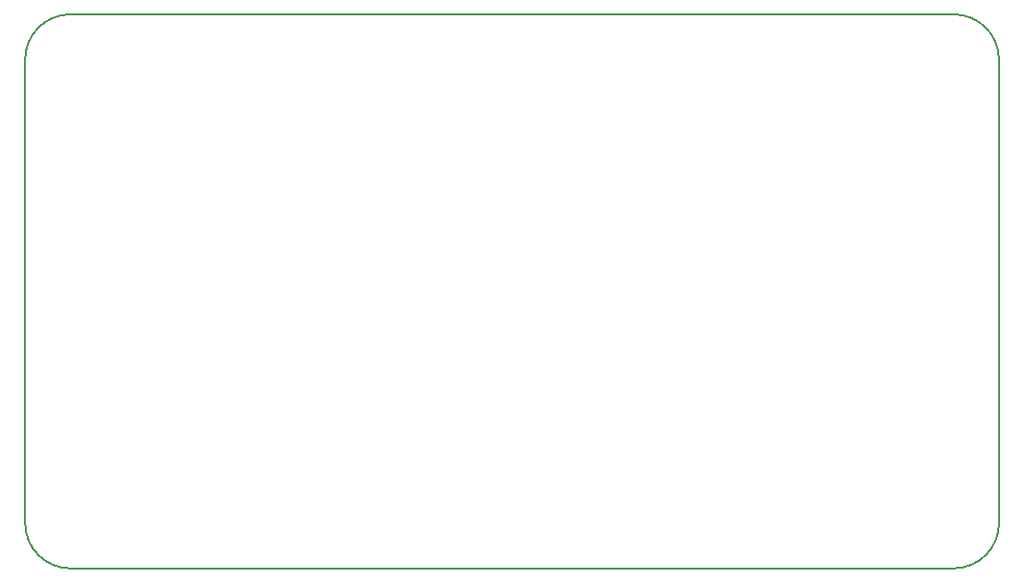
<source format=gm1>
G04*
G04 #@! TF.GenerationSoftware,Altium Limited,Altium Designer,23.3.1 (30)*
G04*
G04 Layer_Color=16711935*
%FSLAX24Y24*%
%MOIN*%
G70*
G04*
G04 #@! TF.SameCoordinates,D40D81B0-760B-49B0-83D9-93248203E87C*
G04*
G04*
G04 #@! TF.FilePolarity,Positive*
G04*
G01*
G75*
%ADD14C,0.0050*%
D14*
X3Y1577D02*
G03*
X1577Y3I1575J0D01*
G01*
X32286D02*
G03*
X33861Y1577I0J1575D01*
G01*
Y17719D02*
G03*
X32286Y19294I-1575J0D01*
G01*
X1577D02*
G03*
X3Y17719I0J-1575D01*
G01*
X1577Y19294D02*
G03*
X3Y17719I0J-1575D01*
G01*
X33861D02*
G03*
X32286Y19294I-1575J0D01*
G01*
Y3D02*
G03*
X33861Y1577I0J1575D01*
G01*
X3D02*
G03*
X1577Y3I1575J0D01*
G01*
X32286D01*
X33861Y1577D02*
Y17719D01*
X1577Y19294D02*
X32286D01*
X3Y1577D02*
Y17719D01*
X1577Y19294D02*
X32286D01*
X33861Y1577D02*
Y17719D01*
X1577Y3D02*
X32286D01*
X3Y1577D02*
Y17719D01*
M02*

</source>
